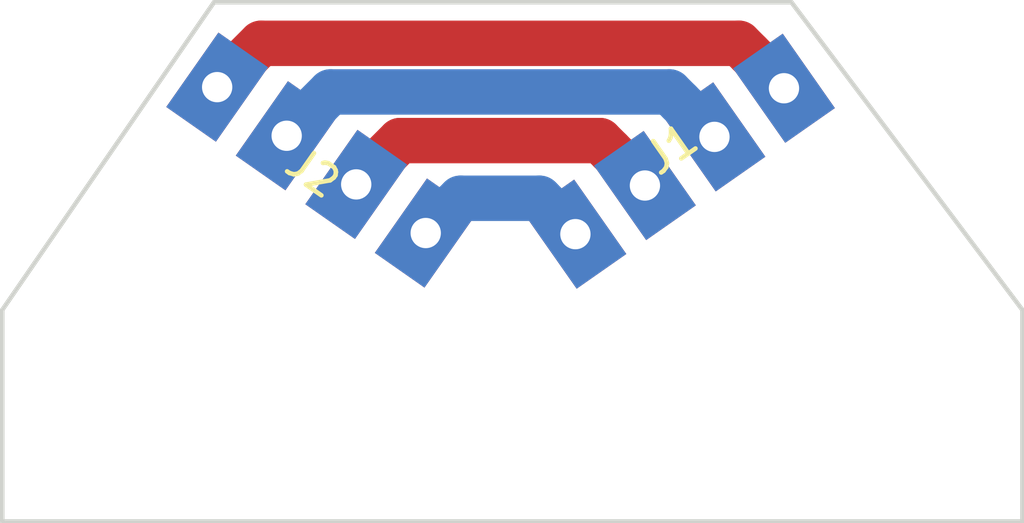
<source format=kicad_pcb>
(kicad_pcb (version 20171130) (host pcbnew "(5.0.0)")

  (general
    (thickness 1.6)
    (drawings 6)
    (tracks 16)
    (zones 0)
    (modules 2)
    (nets 5)
  )

  (page A4)
  (layers
    (0 F.Cu signal)
    (31 B.Cu signal)
    (32 B.Adhes user)
    (33 F.Adhes user)
    (34 B.Paste user)
    (35 F.Paste user)
    (36 B.SilkS user)
    (37 F.SilkS user)
    (38 B.Mask user)
    (39 F.Mask user)
    (40 Dwgs.User user)
    (41 Cmts.User user)
    (42 Eco1.User user)
    (43 Eco2.User user)
    (44 Edge.Cuts user)
    (45 Margin user)
    (46 B.CrtYd user)
    (47 F.CrtYd user)
    (48 B.Fab user)
    (49 F.Fab user)
  )

  (setup
    (last_trace_width 1.5)
    (trace_clearance 0.5)
    (zone_clearance 0.508)
    (zone_45_only no)
    (trace_min 0.2)
    (segment_width 0.2)
    (edge_width 0.15)
    (via_size 0.8)
    (via_drill 0.4)
    (via_min_size 0.4)
    (via_min_drill 0.3)
    (uvia_size 0.3)
    (uvia_drill 0.1)
    (uvias_allowed no)
    (uvia_min_size 0.2)
    (uvia_min_drill 0.1)
    (pcb_text_width 0.3)
    (pcb_text_size 1.5 1.5)
    (mod_edge_width 0.15)
    (mod_text_size 1 1)
    (mod_text_width 0.15)
    (pad_size 1.524 1.524)
    (pad_drill 0.762)
    (pad_to_mask_clearance 0.2)
    (aux_axis_origin 0 0)
    (visible_elements 7FFFFFFF)
    (pcbplotparams
      (layerselection 0x010c0_ffffffff)
      (usegerberextensions false)
      (usegerberattributes false)
      (usegerberadvancedattributes false)
      (creategerberjobfile false)
      (excludeedgelayer true)
      (linewidth 0.100000)
      (plotframeref false)
      (viasonmask false)
      (mode 1)
      (useauxorigin false)
      (hpglpennumber 1)
      (hpglpenspeed 20)
      (hpglpendiameter 15.000000)
      (psnegative false)
      (psa4output false)
      (plotreference true)
      (plotvalue true)
      (plotinvisibletext false)
      (padsonsilk false)
      (subtractmaskfromsilk false)
      (outputformat 1)
      (mirror false)
      (drillshape 0)
      (scaleselection 1)
      (outputdirectory "gerber/"))
  )

  (net 0 "")
  (net 1 "Net-(J1-Pad1)")
  (net 2 "Net-(J1-Pad2)")
  (net 3 "Net-(J1-Pad3)")
  (net 4 "Net-(J1-Pad4)")

  (net_class Default "This is the default net class."
    (clearance 0.5)
    (trace_width 1.5)
    (via_dia 0.8)
    (via_drill 0.4)
    (uvia_dia 0.3)
    (uvia_drill 0.1)
    (add_net "Net-(J1-Pad1)")
    (add_net "Net-(J1-Pad2)")
    (add_net "Net-(J1-Pad3)")
    (add_net "Net-(J1-Pad4)")
  )

  (module "kiu-footprint:LED Strip 12mm" (layer F.Cu) (tedit 5DBE190E) (tstamp 5DBE2549)
    (at 71.878187 25.568007 215)
    (path /5DBE2270)
    (fp_text reference J1 (at 0 0.5 215) (layer F.SilkS)
      (effects (font (size 1 1) (thickness 0.15)))
    )
    (fp_text value Conn_01x04 (at 0 -0.5 215) (layer F.Fab)
      (effects (font (size 1 1) (thickness 0.15)))
    )
    (pad 1 thru_hole rect (at 4.2 0 215) (size 2 3) (drill 1) (layers *.Cu *.Mask)
      (net 1 "Net-(J1-Pad1)"))
    (pad 2 thru_hole rect (at 1.4 0 215) (size 2 3) (drill 1) (layers *.Cu *.Mask)
      (net 2 "Net-(J1-Pad2)"))
    (pad 3 thru_hole rect (at -1.4 0 215) (size 2 3) (drill 1) (layers *.Cu *.Mask)
      (net 3 "Net-(J1-Pad3)"))
    (pad 4 thru_hole rect (at -4.2 0 215) (size 2 3) (drill 1) (layers *.Cu *.Mask)
      (net 4 "Net-(J1-Pad4)"))
  )

  (module "kiu-footprint:LED Strip 12mm" (layer F.Cu) (tedit 5DBE190E) (tstamp 5DBE2534)
    (at 60.059561 25.530979 325)
    (path /5DBE22E8)
    (fp_text reference J2 (at 0 0.5 325) (layer F.SilkS)
      (effects (font (size 1 1) (thickness 0.15)))
    )
    (fp_text value Conn_01x04 (at 0 -0.5 325) (layer F.Fab)
      (effects (font (size 1 1) (thickness 0.15)))
    )
    (pad 4 thru_hole rect (at -4.2 0 325) (size 2 3) (drill 1) (layers *.Cu *.Mask)
      (net 4 "Net-(J1-Pad4)"))
    (pad 3 thru_hole rect (at -1.4 0 325) (size 2 3) (drill 1) (layers *.Cu *.Mask)
      (net 3 "Net-(J1-Pad3)"))
    (pad 2 thru_hole rect (at 1.4 0 325) (size 2 3) (drill 1) (layers *.Cu *.Mask)
      (net 2 "Net-(J1-Pad2)"))
    (pad 1 thru_hole rect (at 4.2 0 325) (size 2 3) (drill 1) (layers *.Cu *.Mask)
      (net 1 "Net-(J1-Pad1)"))
  )

  (gr_line (start 83.185 37.465) (end 83.185 30.48) (layer Edge.Cuts) (width 0.15))
  (gr_line (start 49.53 37.465) (end 83.185 37.465) (layer Edge.Cuts) (width 0.15))
  (gr_line (start 49.53 30.48) (end 49.53 37.465) (layer Edge.Cuts) (width 0.15))
  (gr_line (start 56.515 20.32) (end 49.53 30.48) (layer Edge.Cuts) (width 0.15))
  (gr_line (start 75.565 20.32) (end 83.185 30.48) (layer Edge.Cuts) (width 0.15))
  (gr_line (start 56.515 20.32) (end 75.565 20.32) (layer Edge.Cuts) (width 0.15))

  (segment (start 67.290016 26.829296) (end 68.437748 27.977028) (width 1.5) (layer B.Cu) (net 1))
  (segment (start 67.252988 26.792268) (end 67.290016 26.829296) (width 1.5) (layer B.Cu) (net 1))
  (segment (start 64.647732 26.792268) (end 67.252988 26.792268) (width 1.5) (layer B.Cu) (net 1))
  (segment (start 63.5 27.94) (end 64.647732 26.792268) (width 1.5) (layer B.Cu) (net 1))
  (segment (start 69.583642 25.223282) (end 70.731374 26.371014) (width 1.5) (layer F.Cu) (net 2))
  (segment (start 69.248045 24.887685) (end 69.583642 25.223282) (width 1.5) (layer F.Cu) (net 2))
  (segment (start 62.652675 24.887685) (end 69.248045 24.887685) (width 1.5) (layer F.Cu) (net 2))
  (segment (start 61.206374 26.333986) (end 62.652675 24.887685) (width 1.5) (layer F.Cu) (net 2))
  (segment (start 71.877268 23.617268) (end 73.025 24.765) (width 1.5) (layer B.Cu) (net 3))
  (segment (start 71.541671 23.281671) (end 71.877268 23.617268) (width 1.5) (layer B.Cu) (net 3))
  (segment (start 60.359049 23.281671) (end 71.541671 23.281671) (width 1.5) (layer B.Cu) (net 3))
  (segment (start 58.912748 24.727972) (end 60.359049 23.281671) (width 1.5) (layer B.Cu) (net 3))
  (segment (start 74.170894 22.011254) (end 75.318626 23.158986) (width 1.5) (layer F.Cu) (net 4))
  (segment (start 73.835297 21.675657) (end 74.170894 22.011254) (width 1.5) (layer F.Cu) (net 4))
  (segment (start 58.065423 21.675657) (end 73.835297 21.675657) (width 1.5) (layer F.Cu) (net 4))
  (segment (start 56.619122 23.121958) (end 58.065423 21.675657) (width 1.5) (layer F.Cu) (net 4))

)

</source>
